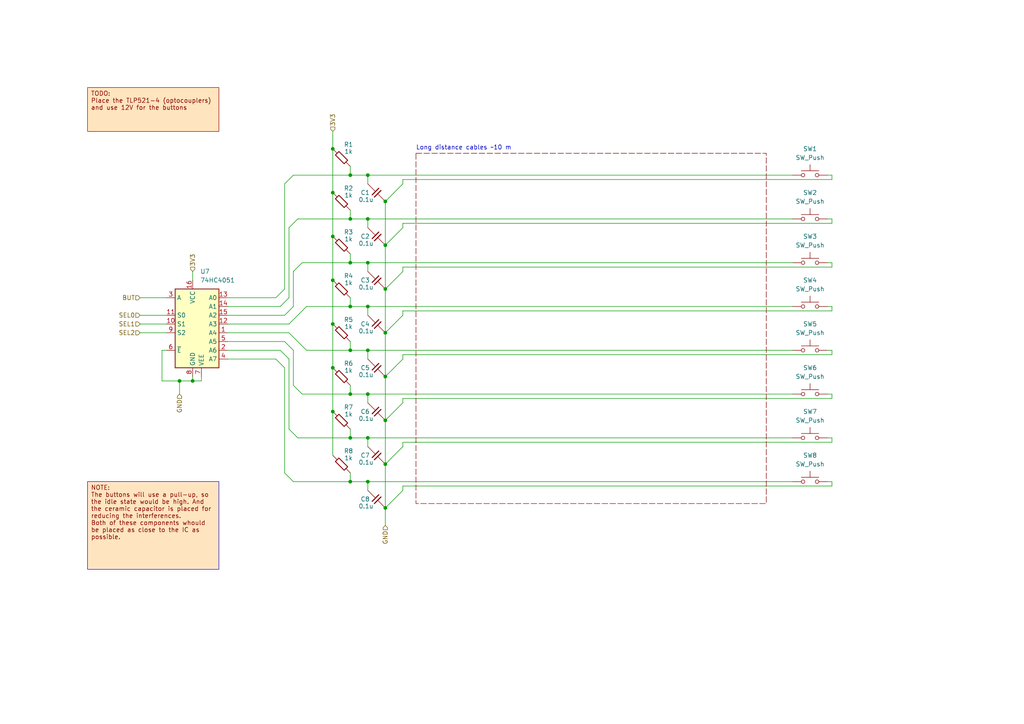
<source format=kicad_sch>
(kicad_sch (version 20231120) (generator "eeschema") (generator_version "8.0")
  (paper "A4")
  (title_block (title "Buttons") (date "2024-08-04") (rev "1.1") (company "Associació Cultural TGK") (comment 1 "Author: lluc"))
  (lib_symbols
    (symbol "74xx:74HC4051"
      (property "Reference" "U" (at -5.08 11.43 0))
      (property "Value" "74HC4051" (at -7.62 -13.97 0))
      (symbol "74HC4051_0_1"
        (rectangle (start -5.08 10.16) (end 7.62 -12.7) (stroke (width 0.254)) (fill (type background)))
      )
      (symbol "74HC4051_1_1"
        (pin passive line (at 10.16 -2.54 180) (length 2.54) (name "A4") (number "1"))
        (pin input line (at -7.62 0 0) (length 2.54) (name "S1") (number "10"))
        (pin input line (at -7.62 2.54 0) (length 2.54) (name "S0") (number "11"))
        (pin passive line (at 10.16 0 180) (length 2.54) (name "A3") (number "12"))
        (pin passive line (at 10.16 7.62 180) (length 2.54) (name "A0") (number "13"))
        (pin passive line (at 10.16 5.08 180) (length 2.54) (name "A1") (number "14"))
        (pin passive line (at 10.16 2.54 180) (length 2.54) (name "A2") (number "15"))
        (pin power_in line (at 0 12.7 270) (length 2.54) (name "VCC") (number "16"))
        (pin passive line (at 10.16 -7.62 180) (length 2.54) (name "A6") (number "2"))
        (pin passive line (at -7.62 7.62 0) (length 2.54) (name "A") (number "3"))
        (pin passive line (at 10.16 -10.16 180) (length 2.54) (name "A7") (number "4"))
        (pin passive line (at 10.16 -5.08 180) (length 2.54) (name "A5") (number "5"))
        (pin input line (at -7.62 -7.62 0) (length 2.54) (name "~{E}") (number "6"))
        (pin power_in line (at 2.54 -15.24 90) (length 2.54) (name "VEE") (number "7"))
        (pin power_in line (at 0 -15.24 90) (length 2.54) (name "GND") (number "8"))
        (pin input line (at -7.62 -2.54 0) (length 2.54) (name "S2") (number "9"))
      )
    )
    (symbol "Device:C_45deg" (pin_numbers hide) (pin_names (offset 0))
      (property "Reference" "C" (at 3.81 2.54 0))
      (property "Value" "C_45deg" (at 6.35 0 0))
      (symbol "C_45deg_0_1"
        (polyline (pts (xy -2.54 2.54) (xy -0.381 0.381)))
        (polyline (pts (xy 2.54 -2.54) (xy 0.381 -0.381)))
      )
      (symbol "C_45deg_1_1"
        (polyline (pts (xy 0.635 1.27) (xy -1.27 -0.635)) (stroke (width 0.3048)))
        (polyline (pts (xy 1.27 0.635) (xy -0.635 -1.27)) (stroke (width 0.3048)))
        (pin passive line (at 2.54 -2.54 180) (length 0) (name "~") (number "1"))
        (pin passive line (at -2.54 2.54 0) (length 0) (name "~") (number "2"))
      )
    )
    (symbol "Device:R_45deg" (pin_numbers hide) (pin_names (offset 0))
      (property "Reference" "R" (at 5.08 2.54 0))
      (property "Value" "R_45deg" (at 8.255 0.635 0))
      (symbol "R_45deg_0_1"
        (polyline (pts (xy -2.54 2.54) (xy -1.27 1.27)))
        (polyline (pts (xy 1.27 -1.27) (xy 2.54 -2.54)))
      )
      (symbol "R_45deg_1_1"
        (polyline (pts (xy -1.778 0.762) (xy 0.762 -1.778) (xy 1.778 -0.762) (xy -0.762 1.778) (xy -1.778 0.762)) (stroke (width 0.254)))
        (pin passive line (at -2.54 2.54 0) (length 0) (name "~") (number "1"))
        (pin passive line (at 2.54 -2.54 180) (length 0) (name "~") (number "2"))
      )
    )
    (symbol "Switch:SW_Push" (pin_numbers hide) (pin_names (offset 1.016) hide)
      (property "Reference" "SW" (at 1.27 2.54 0))
      (property "Value" "SW_Push" (at 0 -1.524 0))
      (symbol "SW_Push_0_1"
        (circle (center -2.032 0) (radius 0.508))
        (polyline (pts (xy 0 1.27) (xy 0 3.048)))
        (polyline (pts (xy 2.54 1.27) (xy -2.54 1.27)))
        (circle (center 2.032 0) (radius 0.508))
        (pin passive line (at -5.08 0 0) (length 2.54) (name "1") (number "1"))
        (pin passive line (at 5.08 0 180) (length 2.54) (name "2") (number "2"))
      )
    )
  )
  (junction (at 106.68 101.6))
  (junction (at 101.6 127))
  (junction (at 96.52 119.38))
  (junction (at 96.52 93.98))
  (junction (at 101.6 50.8))
  (junction (at 96.52 106.68))
  (junction (at 111.76 96.52))
  (junction (at 111.76 83.82))
  (junction (at 96.52 81.28))
  (junction (at 96.52 43.18))
  (junction (at 101.6 63.5))
  (junction (at 111.76 147.32))
  (junction (at 111.76 109.22))
  (junction (at 101.6 101.6))
  (junction (at 52.07 110.49))
  (junction (at 106.68 76.2))
  (junction (at 55.88 110.49))
  (junction (at 96.52 55.88))
  (junction (at 101.6 88.9))
  (junction (at 111.76 121.92))
  (junction (at 106.68 127))
  (junction (at 96.52 68.58))
  (junction (at 111.76 71.12))
  (junction (at 111.76 134.62))
  (junction (at 101.6 139.7))
  (junction (at 101.6 76.2))
  (junction (at 106.68 50.8))
  (junction (at 106.68 114.3))
  (junction (at 101.6 114.3))
  (junction (at 106.68 63.5))
  (junction (at 106.68 139.7))
  (junction (at 111.76 58.42))
  (junction (at 106.68 88.9))
  (wire (pts (xy 241.3 52.07) (xy 116.84 52.07)))
  (wire (pts (xy 101.6 63.5) (xy 106.68 63.5)))
  (wire (pts (xy 66.04 96.52) (xy 83.82 96.52)))
  (wire (pts (xy 106.68 101.6) (xy 106.68 104.14)))
  (wire (pts (xy 83.82 66.04) (xy 86.36 63.5)))
  (wire (pts (xy 116.84 77.47) (xy 116.84 78.74)))
  (wire (pts (xy 96.52 119.38) (xy 96.52 132.08)))
  (wire (pts (xy 111.76 134.62) (xy 116.84 129.54)))
  (wire (pts (xy 83.82 124.46) (xy 86.36 127)))
  (wire (pts (xy 46.99 101.6) (xy 48.26 101.6)))
  (wire (pts (xy 52.07 110.49) (xy 52.07 114.3)))
  (wire (pts (xy 66.04 91.44) (xy 82.55 91.44)))
  (wire (pts (xy 241.3 139.7) (xy 241.3 140.97)))
  (wire (pts (xy 240.03 114.3) (xy 241.3 114.3)))
  (wire (pts (xy 40.64 96.52) (xy 48.26 96.52)))
  (wire (pts (xy 101.6 86.36) (xy 101.6 88.9)))
  (wire (pts (xy 241.3 63.5) (xy 241.3 64.77)))
  (wire (pts (xy 106.68 76.2) (xy 106.68 78.74)))
  (wire (pts (xy 241.3 76.2) (xy 241.3 77.47)))
  (wire (pts (xy 240.03 139.7) (xy 241.3 139.7)))
  (wire (pts (xy 241.3 88.9) (xy 241.3 90.17)))
  (wire (pts (xy 241.3 101.6) (xy 241.3 102.87)))
  (wire (pts (xy 240.03 127) (xy 241.3 127)))
  (wire (pts (xy 66.04 88.9) (xy 81.28 88.9)))
  (wire (pts (xy 58.42 110.49) (xy 58.42 109.22)))
  (wire (pts (xy 101.6 111.76) (xy 101.6 114.3)))
  (wire (pts (xy 111.76 109.22) (xy 111.76 121.92)))
  (wire (pts (xy 241.3 128.27) (xy 116.84 128.27)))
  (wire (pts (xy 116.84 102.87) (xy 116.84 104.14)))
  (wire (pts (xy 40.64 93.98) (xy 48.26 93.98)))
  (wire (pts (xy 111.76 147.32) (xy 116.84 142.24)))
  (wire (pts (xy 240.03 101.6) (xy 241.3 101.6)))
  (wire (pts (xy 111.76 134.62) (xy 111.76 147.32)))
  (wire (pts (xy 240.03 76.2) (xy 241.3 76.2)))
  (wire (pts (xy 88.9 101.6) (xy 101.6 101.6)))
  (wire (pts (xy 106.68 63.5) (xy 106.68 66.04)))
  (wire (pts (xy 106.68 88.9) (xy 106.68 91.44)))
  (wire (pts (xy 83.82 86.36) (xy 83.82 66.04)))
  (wire (pts (xy 241.3 90.17) (xy 116.84 90.17)))
  (wire (pts (xy 101.6 124.46) (xy 101.6 127)))
  (wire (pts (xy 87.63 76.2) (xy 101.6 76.2)))
  (wire (pts (xy 80.01 104.14) (xy 82.55 106.68)))
  (wire (pts (xy 241.3 77.47) (xy 116.84 77.47)))
  (wire (pts (xy 66.04 104.14) (xy 80.01 104.14)))
  (wire (pts (xy 96.52 43.18) (xy 96.52 55.88)))
  (wire (pts (xy 116.84 140.97) (xy 116.84 142.24)))
  (wire (pts (xy 101.6 50.8) (xy 106.68 50.8)))
  (wire (pts (xy 85.09 139.7) (xy 101.6 139.7)))
  (wire (pts (xy 106.68 50.8) (xy 229.87 50.8)))
  (wire (pts (xy 106.68 88.9) (xy 229.87 88.9)))
  (wire (pts (xy 101.6 137.16) (xy 101.6 139.7)))
  (wire (pts (xy 106.68 114.3) (xy 106.68 116.84)))
  (wire (pts (xy 85.09 88.9) (xy 85.09 78.74)))
  (wire (pts (xy 101.6 101.6) (xy 106.68 101.6)))
  (wire (pts (xy 82.55 53.34) (xy 85.09 50.8)))
  (wire (pts (xy 101.6 88.9) (xy 106.68 88.9)))
  (wire (pts (xy 83.82 104.14) (xy 83.82 124.46)))
  (wire (pts (xy 111.76 109.22) (xy 116.84 104.14)))
  (wire (pts (xy 87.63 114.3) (xy 101.6 114.3)))
  (wire (pts (xy 96.52 93.98) (xy 96.52 106.68)))
  (wire (pts (xy 96.52 81.28) (xy 96.52 93.98)))
  (wire (pts (xy 106.68 76.2) (xy 229.87 76.2)))
  (wire (pts (xy 106.68 50.8) (xy 106.68 53.34)))
  (wire (pts (xy 40.64 86.36) (xy 48.26 86.36)))
  (wire (pts (xy 101.6 48.26) (xy 101.6 50.8)))
  (wire (pts (xy 241.3 50.8) (xy 241.3 52.07)))
  (wire (pts (xy 83.82 93.98) (xy 88.9 88.9)))
  (wire (pts (xy 101.6 99.06) (xy 101.6 101.6)))
  (wire (pts (xy 66.04 93.98) (xy 83.82 93.98)))
  (wire (pts (xy 82.55 99.06) (xy 85.09 101.6)))
  (wire (pts (xy 66.04 86.36) (xy 80.01 86.36)))
  (wire (pts (xy 241.3 64.77) (xy 116.84 64.77)))
  (wire (pts (xy 106.68 114.3) (xy 229.87 114.3)))
  (wire (pts (xy 106.68 139.7) (xy 229.87 139.7)))
  (wire (pts (xy 66.04 101.6) (xy 81.28 101.6)))
  (wire (pts (xy 46.99 110.49) (xy 52.07 110.49)))
  (wire (pts (xy 116.84 128.27) (xy 116.84 129.54)))
  (wire (pts (xy 106.68 101.6) (xy 229.87 101.6)))
  (wire (pts (xy 106.68 127) (xy 106.68 129.54)))
  (wire (pts (xy 241.3 127) (xy 241.3 128.27)))
  (wire (pts (xy 96.52 38.1) (xy 96.52 43.18)))
  (wire (pts (xy 111.76 58.42) (xy 116.84 53.34)))
  (wire (pts (xy 82.55 106.68) (xy 82.55 137.16)))
  (wire (pts (xy 40.64 91.44) (xy 48.26 91.44)))
  (wire (pts (xy 81.28 88.9) (xy 83.82 86.36)))
  (wire (pts (xy 241.3 140.97) (xy 116.84 140.97)))
  (wire (pts (xy 85.09 50.8) (xy 101.6 50.8)))
  (wire (pts (xy 83.82 96.52) (xy 88.9 101.6)))
  (wire (pts (xy 116.84 115.57) (xy 116.84 116.84)))
  (wire (pts (xy 88.9 88.9) (xy 101.6 88.9)))
  (wire (pts (xy 241.3 115.57) (xy 116.84 115.57)))
  (wire (pts (xy 55.88 110.49) (xy 55.88 109.22)))
  (wire (pts (xy 52.07 110.49) (xy 55.88 110.49)))
  (wire (pts (xy 111.76 121.92) (xy 116.84 116.84)))
  (wire (pts (xy 116.84 64.77) (xy 116.84 66.04)))
  (wire (pts (xy 106.68 139.7) (xy 106.68 142.24)))
  (wire (pts (xy 240.03 50.8) (xy 241.3 50.8)))
  (wire (pts (xy 86.36 63.5) (xy 101.6 63.5)))
  (wire (pts (xy 66.04 99.06) (xy 82.55 99.06)))
  (wire (pts (xy 85.09 111.76) (xy 87.63 114.3)))
  (wire (pts (xy 85.09 78.74) (xy 87.63 76.2)))
  (wire (pts (xy 101.6 127) (xy 106.68 127)))
  (wire (pts (xy 86.36 127) (xy 101.6 127)))
  (wire (pts (xy 106.68 127) (xy 229.87 127)))
  (wire (pts (xy 55.88 110.49) (xy 58.42 110.49)))
  (wire (pts (xy 101.6 73.66) (xy 101.6 76.2)))
  (wire (pts (xy 111.76 83.82) (xy 111.76 96.52)))
  (wire (pts (xy 111.76 58.42) (xy 111.76 71.12)))
  (wire (pts (xy 81.28 101.6) (xy 83.82 104.14)))
  (wire (pts (xy 111.76 121.92) (xy 111.76 134.62)))
  (wire (pts (xy 96.52 55.88) (xy 96.52 68.58)))
  (wire (pts (xy 111.76 83.82) (xy 116.84 78.74)))
  (wire (pts (xy 111.76 147.32) (xy 111.76 152.4)))
  (wire (pts (xy 111.76 96.52) (xy 111.76 109.22)))
  (wire (pts (xy 96.52 106.68) (xy 96.52 119.38)))
  (wire (pts (xy 106.68 63.5) (xy 229.87 63.5)))
  (wire (pts (xy 80.01 86.36) (xy 82.55 83.82)))
  (wire (pts (xy 101.6 139.7) (xy 106.68 139.7)))
  (wire (pts (xy 101.6 114.3) (xy 106.68 114.3)))
  (wire (pts (xy 96.52 68.58) (xy 96.52 81.28)))
  (wire (pts (xy 82.55 91.44) (xy 85.09 88.9)))
  (wire (pts (xy 85.09 101.6) (xy 85.09 111.76)))
  (wire (pts (xy 101.6 76.2) (xy 106.68 76.2)))
  (wire (pts (xy 240.03 88.9) (xy 241.3 88.9)))
  (wire (pts (xy 101.6 60.96) (xy 101.6 63.5)))
  (wire (pts (xy 82.55 83.82) (xy 82.55 53.34)))
  (wire (pts (xy 111.76 71.12) (xy 111.76 83.82)))
  (wire (pts (xy 46.99 101.6) (xy 46.99 110.49)))
  (wire (pts (xy 116.84 52.07) (xy 116.84 53.34)))
  (wire (pts (xy 82.55 137.16) (xy 85.09 139.7)))
  (wire (pts (xy 55.88 78.74) (xy 55.88 81.28)))
  (wire (pts (xy 241.3 102.87) (xy 116.84 102.87)))
  (wire (pts (xy 241.3 114.3) (xy 241.3 115.57)))
  (wire (pts (xy 111.76 96.52) (xy 116.84 91.44)))
  (wire (pts (xy 111.76 71.12) (xy 116.84 66.04)))
  (wire (pts (xy 116.84 90.17) (xy 116.84 91.44)))
  (wire (pts (xy 240.03 63.5) (xy 241.3 63.5)))
  (rectangle (start 120.65 44.45) (end 222.25 146.05) (stroke (width 0) (type dash) (color 132 0 0 1)))
  (text_box "TODO:\nPlace the TLP521-4 (optocouplers) and use 12V for the buttons" (at 25.4 25.4 0) (size 38.1 12.7) (stroke (width 0) (color 132 0 0 1)) (fill (type color) (color 255 229 191 1)) (effects (font (size 1.27 1.27)) (justify left top)))
  (text_box "NOTE:\nThe buttons will use a pull-up, so the idle state would be high. And the ceramic capacitor is placed for reducing the interferences.\nBoth of these components whould be placed as close to the IC as possible." (at 25.4 139.7 0) (size 38.1 25.4) (fill (type color) (color 255 229 191 1)) (effects (font (size 1.27 1.27)) (justify left top)))
  (text "Long distance cables ~10 m" (at 120.65 42.926 0) (effects (font (size 1.27 1.27)) (justify left)))
  (hierarchical_label "GND" (shape input) (at 111.76 152.4 270))
  (hierarchical_label "SEL2" (shape input) (at 40.64 96.52 180))
  (hierarchical_label "SEL1" (shape input) (at 40.64 93.98 180))
  (hierarchical_label "BUT" (shape input) (at 40.64 86.36 180))
  (hierarchical_label "SEL0" (shape input) (at 40.64 91.44 180))
  (hierarchical_label "GND" (shape input) (at 52.07 114.3 270))
  (hierarchical_label "3V3" (shape input) (at 96.52 38.1 90))
  (hierarchical_label "3V3" (shape input) (at 55.88 78.74 90))
  (symbol (lib_id "Switch:SW_Push") (at 234.95 50.8 0) (unit 1)
    (property "Reference" "SW1" (at 234.95 43.18 0))
    (property "Value" "SW_Push" (at 234.95 45.72 0))
    (property "Description" "Push button switch, generic, two pins" (effects (hide yes)))
  )
  (symbol (lib_id "Device:C_45deg") (at 109.22 81.28 0) (unit 1)
    (property "Reference" "C3" (at 105.918 81.28 0))
    (property "Value" "0.1u" (at 106.172 83.312 0))
    (property "Description" "Unpolarized capacitor, rotated by 45°" (effects (hide yes)))
  )
  (symbol (lib_id "Switch:SW_Push") (at 234.95 101.6 0) (unit 1)
    (property "Reference" "SW5" (at 234.95 93.98 0))
    (property "Value" "SW_Push" (at 234.95 96.52 0))
    (property "Description" "Push button switch, generic, two pins" (effects (hide yes)))
  )
  (symbol (lib_id "Device:R_45deg") (at 99.06 96.52 0) (unit 1)
    (property "Reference" "R5" (at 101.092 92.71 0))
    (property "Value" "1k" (at 101.092 94.742 0))
    (property "Description" "Resistor, rotated by 45°" (effects (hide yes)))
  )
  (symbol (lib_id "Device:R_45deg") (at 99.06 83.82 0) (unit 1)
    (property "Reference" "R4" (at 101.092 80.01 0))
    (property "Value" "1k" (at 101.092 82.042 0))
    (property "Description" "Resistor, rotated by 45°" (effects (hide yes)))
  )
  (symbol (lib_id "Switch:SW_Push") (at 234.95 63.5 0) (unit 1)
    (property "Reference" "SW2" (at 234.95 55.88 0))
    (property "Value" "SW_Push" (at 234.95 58.42 0))
    (property "Description" "Push button switch, generic, two pins" (effects (hide yes)))
  )
  (symbol (lib_id "Switch:SW_Push") (at 234.95 88.9 0) (unit 1)
    (property "Reference" "SW4" (at 234.95 81.28 0))
    (property "Value" "SW_Push" (at 234.95 83.82 0))
    (property "Description" "Push button switch, generic, two pins" (effects (hide yes)))
  )
  (symbol (lib_id "Device:C_45deg") (at 109.22 119.38 0) (unit 1)
    (property "Reference" "C6" (at 105.918 119.38 0))
    (property "Value" "0.1u" (at 106.172 121.412 0))
    (property "Description" "Unpolarized capacitor, rotated by 45°" (effects (hide yes)))
  )
  (symbol (lib_id "Device:C_45deg") (at 109.22 93.98 0) (unit 1)
    (property "Reference" "C4" (at 105.918 93.98 0))
    (property "Value" "0.1u" (at 106.172 96.012 0))
    (property "Description" "Unpolarized capacitor, rotated by 45°" (effects (hide yes)))
  )
  (symbol (lib_id "Device:C_45deg") (at 109.22 132.08 0) (unit 1)
    (property "Reference" "C7" (at 105.918 132.08 0))
    (property "Value" "0.1u" (at 106.172 134.112 0))
    (property "Description" "Unpolarized capacitor, rotated by 45°" (effects (hide yes)))
  )
  (symbol (lib_id "Device:C_45deg") (at 109.22 144.78 0) (unit 1)
    (property "Reference" "C8" (at 105.918 144.78 0))
    (property "Value" "0.1u" (at 106.172 146.812 0))
    (property "Description" "Unpolarized capacitor, rotated by 45°" (effects (hide yes)))
  )
  (symbol (lib_id "Switch:SW_Push") (at 234.95 127 0) (unit 1)
    (property "Reference" "SW7" (at 234.95 119.38 0))
    (property "Value" "SW_Push" (at 234.95 121.92 0))
    (property "Description" "Push button switch, generic, two pins" (effects (hide yes)))
  )
  (symbol (lib_id "Device:R_45deg") (at 99.06 45.72 0) (unit 1)
    (property "Reference" "R1" (at 101.092 41.91 0))
    (property "Value" "1k" (at 101.092 43.942 0))
    (property "Description" "Resistor, rotated by 45°" (effects (hide yes)))
  )
  (symbol (lib_id "Device:R_45deg") (at 99.06 71.12 0) (unit 1)
    (property "Reference" "R3" (at 101.092 67.31 0))
    (property "Value" "1k" (at 101.092 69.342 0))
    (property "Description" "Resistor, rotated by 45°" (effects (hide yes)))
  )
  (symbol (lib_id "Device:R_45deg") (at 99.06 134.62 0) (unit 1)
    (property "Reference" "R8" (at 101.092 130.81 0))
    (property "Value" "1k" (at 101.092 132.842 0))
    (property "Description" "Resistor, rotated by 45°" (effects (hide yes)))
  )
  (symbol (lib_id "Switch:SW_Push") (at 234.95 76.2 0) (unit 1)
    (property "Reference" "SW3" (at 234.95 68.58 0))
    (property "Value" "SW_Push" (at 234.95 71.12 0))
    (property "Description" "Push button switch, generic, two pins" (effects (hide yes)))
  )
  (symbol (lib_id "Switch:SW_Push") (at 234.95 114.3 0) (unit 1)
    (property "Reference" "SW6" (at 234.95 106.68 0))
    (property "Value" "SW_Push" (at 234.95 109.22 0))
    (property "Description" "Push button switch, generic, two pins" (effects (hide yes)))
  )
  (symbol (lib_id "Device:C_45deg") (at 109.22 68.58 0) (unit 1)
    (property "Reference" "C2" (at 105.918 68.58 0))
    (property "Value" "0.1u" (at 106.172 70.612 0))
    (property "Description" "Unpolarized capacitor, rotated by 45°" (effects (hide yes)))
  )
  (symbol (lib_id "Device:R_45deg") (at 99.06 109.22 0) (unit 1)
    (property "Reference" "R6" (at 101.092 105.41 0))
    (property "Value" "1k" (at 101.092 107.442 0))
    (property "Description" "Resistor, rotated by 45°" (effects (hide yes)))
  )
  (symbol (lib_id "Device:R_45deg") (at 99.06 121.92 0) (unit 1)
    (property "Reference" "R7" (at 101.092 118.11 0))
    (property "Value" "1k" (at 101.092 120.142 0))
    (property "Description" "Resistor, rotated by 45°" (effects (hide yes)))
  )
  (symbol (lib_id "Device:C_45deg") (at 109.22 55.88 0) (unit 1)
    (property "Reference" "C1" (at 105.918 55.88 0))
    (property "Value" "0.1u" (at 106.172 57.912 0))
    (property "Description" "Unpolarized capacitor, rotated by 45°" (effects (hide yes)))
  )
  (symbol (lib_id "Switch:SW_Push") (at 234.95 139.7 0) (unit 1)
    (property "Reference" "SW8" (at 234.95 132.08 0))
    (property "Value" "SW_Push" (at 234.95 134.62 0))
    (property "Description" "Push button switch, generic, two pins" (effects (hide yes)))
  )
  (symbol (lib_id "74xx:74HC4051") (at 55.88 93.98 0) (unit 1)
    (property "Reference" "U7" (at 58.0741 78.74 0) (effects (justify left)))
    (property "Value" "74HC4051" (at 58.0741 81.28 0) (effects (justify left)))
    (property "Datasheet" "http://www.ti.com/lit/ds/symlink/cd74hc4051.pdf" (effects (hide yes)))
    (property "Description" "8-channel analog multiplexer/demultiplexer, DIP-16/SOIC-16/TSSOP-16" (effects (hide yes)))
  )
  (symbol (lib_id "Device:C_45deg") (at 109.22 106.68 0) (unit 1)
    (property "Reference" "C5" (at 105.918 106.68 0))
    (property "Value" "0.1u" (at 106.172 108.712 0))
    (property "Description" "Unpolarized capacitor, rotated by 45°" (effects (hide yes)))
  )
  (symbol (lib_id "Device:R_45deg") (at 99.06 58.42 0) (unit 1)
    (property "Reference" "R2" (at 101.092 54.61 0))
    (property "Value" "1k" (at 101.092 56.642 0))
    (property "Description" "Resistor, rotated by 45°" (effects (hide yes)))
  )
)
</source>
